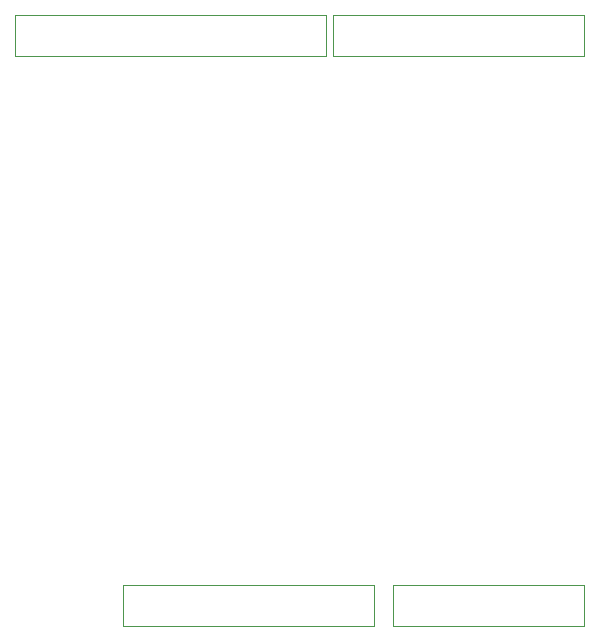
<source format=gbr>
G04 (created by PCBNEW (2013-june-11)-stable) date Sat 16 Jun 2018 18:28:18 EDT*
%MOIN*%
G04 Gerber Fmt 3.4, Leading zero omitted, Abs format*
%FSLAX34Y34*%
G01*
G70*
G90*
G04 APERTURE LIST*
%ADD10C,0.00393701*%
%ADD11C,0.0019685*%
G04 APERTURE END LIST*
G54D10*
G54D11*
X54011Y-48061D02*
X54011Y-49438D01*
X62396Y-48061D02*
X62396Y-49438D01*
X54011Y-48061D02*
X62396Y-48061D01*
X54011Y-49438D02*
X62396Y-49438D01*
X63011Y-48061D02*
X63011Y-49438D01*
X69388Y-48061D02*
X69388Y-49438D01*
X63011Y-48061D02*
X69388Y-48061D01*
X63011Y-49438D02*
X69388Y-49438D01*
X50411Y-29061D02*
X50411Y-30438D01*
X60804Y-29061D02*
X60804Y-30438D01*
X50411Y-29061D02*
X60804Y-29061D01*
X50411Y-30438D02*
X60804Y-30438D01*
X61011Y-29061D02*
X61011Y-30438D01*
X69396Y-29061D02*
X69396Y-30438D01*
X61011Y-29061D02*
X69396Y-29061D01*
X61011Y-30438D02*
X69396Y-30438D01*
M02*

</source>
